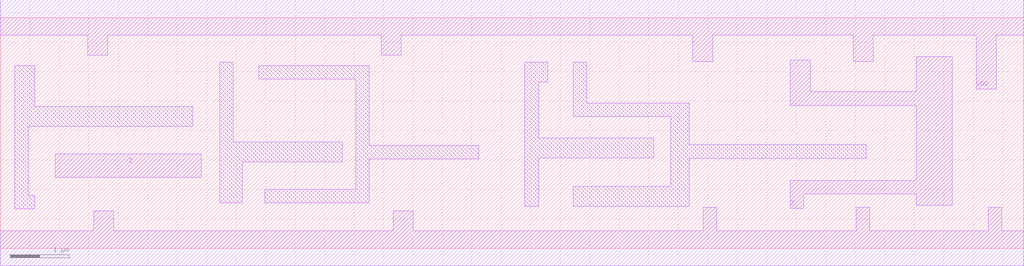
<source format=lef>
# Copyright 2022 GlobalFoundries PDK Authors
#
# Licensed under the Apache License, Version 2.0 (the "License");
# you may not use this file except in compliance with the License.
# You may obtain a copy of the License at
#
#      http://www.apache.org/licenses/LICENSE-2.0
#
# Unless required by applicable law or agreed to in writing, software
# distributed under the License is distributed on an "AS IS" BASIS,
# WITHOUT WARRANTIES OR CONDITIONS OF ANY KIND, either express or implied.
# See the License for the specific language governing permissions and
# limitations under the License.

MACRO gf180mcu_fd_sc_mcu7t5v0__dlyc_4
  CLASS core ;
  FOREIGN gf180mcu_fd_sc_mcu7t5v0__dlyc_4 0.0 0.0 ;
  ORIGIN 0 0 ;
  SYMMETRY X Y ;
  SITE GF018hv5v_mcu_sc7 ;
  SIZE 17.36 BY 3.92 ;
  PIN I
    DIRECTION INPUT ;
    ANTENNAGATEAREA 0.396 ;
    PORT
      LAYER METAL1 ;
        POLYGON 0.93 1.2 3.405 1.2 3.405 1.6 0.93 1.6  ;
    END
  END I
  PIN Z
    DIRECTION OUTPUT ;
    ANTENNADIFFAREA 2.4035 ;
    PORT
      LAYER METAL1 ;
        POLYGON 13.395 2.425 14.69 2.425 15.54 2.425 15.54 1.155 13.395 1.155 13.395 0.675 13.63 0.675 13.63 0.925 15.54 0.925 15.54 0.73 16.15 0.73 16.15 3.255 15.54 3.255 15.54 2.66 14.69 2.66 13.735 2.66 13.735 3.195 13.395 3.195  ;
    END
  END Z
  PIN VDD
    DIRECTION INOUT ;
    USE power ;
    SHAPE ABUTMENT ;
    PORT
      LAYER METAL1 ;
        POLYGON 0 3.62 1.485 3.62 1.485 3.285 1.825 3.285 1.825 3.62 3.265 3.62 6.465 3.62 6.465 3.285 6.805 3.285 6.805 3.62 8.115 3.62 11.745 3.62 11.745 3.175 12.085 3.175 12.085 3.62 14.465 3.62 14.465 3.175 14.69 3.175 14.805 3.175 14.805 3.62 16.555 3.62 16.555 2.705 16.895 2.705 16.895 3.62 17.36 3.62 17.36 4.22 14.69 4.22 8.115 4.22 3.265 4.22 0 4.22  ;
    END
  END VDD
  PIN VSS
    DIRECTION INOUT ;
    USE ground ;
    SHAPE ABUTMENT ;
    PORT
      LAYER METAL1 ;
        POLYGON 0 -0.3 17.36 -0.3 17.36 0.3 16.99 0.3 16.99 0.695 16.76 0.695 16.76 0.3 14.75 0.3 14.75 0.695 14.52 0.695 14.52 0.3 12.155 0.3 12.155 0.695 11.925 0.695 11.925 0.3 7.005 0.3 7.005 0.635 6.665 0.635 6.665 0.3 1.925 0.3 1.925 0.635 1.585 0.635 1.585 0.3 0 0.3  ;
    END
  END VSS
  OBS
      LAYER METAL1 ;
        POLYGON 0.475 2.065 3.265 2.065 3.265 2.405 0.585 2.405 0.585 3.105 0.245 3.105 0.245 0.67 0.585 0.67 0.585 0.9 0.475 0.9  ;
        POLYGON 3.72 0.77 4.105 0.77 4.105 1.465 5.8 1.465 5.8 1.805 3.95 1.805 3.95 3.16 3.72 3.16  ;
        POLYGON 4.385 2.875 6.03 2.875 6.03 1 4.485 1 4.485 0.77 6.26 0.77 6.26 1.52 8.115 1.52 8.115 1.75 6.26 1.75 6.26 3.105 4.385 3.105  ;
        POLYGON 8.9 0.715 9.13 0.715 9.13 1.535 11.08 1.535 11.08 1.875 9.13 1.875 9.13 2.82 9.285 2.82 9.285 3.16 8.9 3.16  ;
        POLYGON 9.72 2.235 11.37 2.235 11.37 1.055 9.72 1.055 9.72 0.715 11.69 0.715 11.69 1.53 14.69 1.53 14.69 1.76 11.69 1.76 11.69 2.465 9.95 2.465 9.95 3.16 9.72 3.16  ;
  END
END gf180mcu_fd_sc_mcu7t5v0__dlyc_4

</source>
